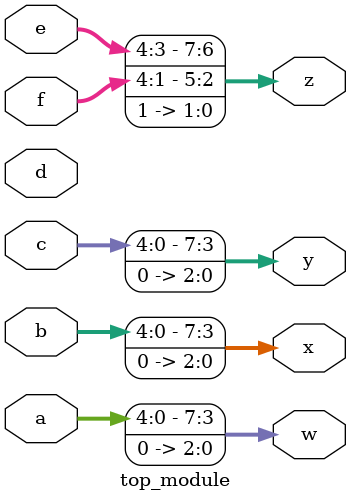
<source format=sv>
module top_module (
    input [4:0] a,
    input [4:0] b,
    input [4:0] c,
    input [4:0] d,
    input [4:0] e,
    input [4:0] f,
    output [7:0] w,
    output [7:0] x,
    output [7:0] y,
    output [7:0] z
);

    assign w = {a, 3'b000};  // a is 5 bits, add 3 bits of padding to make 8 bits
    assign x = {b, 3'b000};  // b is 5 bits, add 3 bits of padding to make 8 bits
    assign y = {c, 3'b000};  // c is 5 bits, add 3 bits of padding to make 8 bits
    assign z = {d, e[2:0], e[4:3], f[4:1], 2'b11};  // d (5 bits), e (first 3 bits), e (last 2 bits), f (excluding 1st bit), and 2'b11

endmodule

</source>
